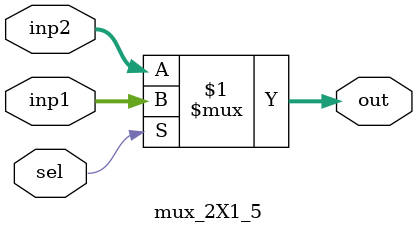
<source format=v>
`timescale 1ns / 1ps

// 5-bit 2X1 MUX
module mux_2X1_5(
   output [4:0] out, 
	input [4:0] inp1, 
	input [4:0] inp2,
	input sel
	);
	
	assign out = sel ? inp1 : inp2;


endmodule

</source>
